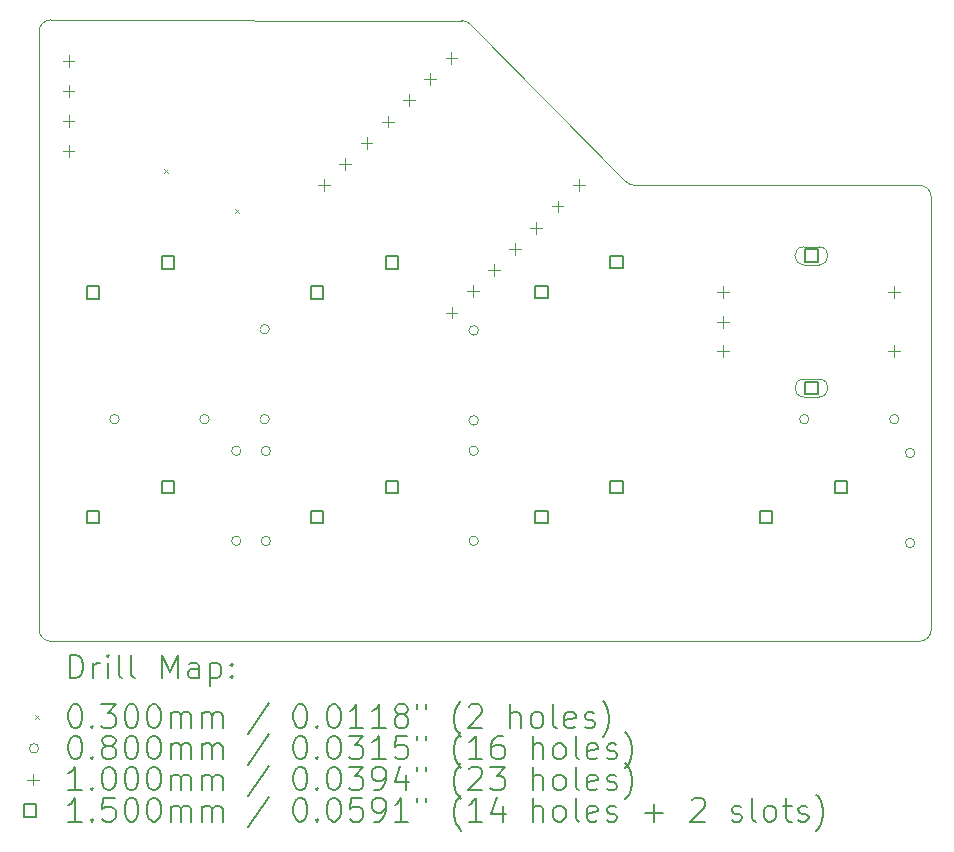
<source format=gbr>
%TF.GenerationSoftware,KiCad,Pcbnew,8.0.5*%
%TF.CreationDate,2024-10-21T21:06:57-07:00*%
%TF.ProjectId,hackpad,6861636b-7061-4642-9e6b-696361645f70,rev?*%
%TF.SameCoordinates,Original*%
%TF.FileFunction,Drillmap*%
%TF.FilePolarity,Positive*%
%FSLAX45Y45*%
G04 Gerber Fmt 4.5, Leading zero omitted, Abs format (unit mm)*
G04 Created by KiCad (PCBNEW 8.0.5) date 2024-10-21 21:06:57*
%MOMM*%
%LPD*%
G01*
G04 APERTURE LIST*
%ADD10C,0.050000*%
%ADD11C,0.200000*%
%ADD12C,0.100000*%
%ADD13C,0.150000*%
G04 APERTURE END LIST*
D10*
X19315000Y-15800000D02*
X19315000Y-12095000D01*
X26769289Y-15900000D02*
X19415000Y-15900000D01*
X26869289Y-15800000D02*
G75*
G02*
X26769289Y-15899999I-99999J0D01*
G01*
X26869289Y-12139000D02*
X26869289Y-15800000D01*
X19415150Y-10639150D02*
X22893371Y-10644938D01*
X19415000Y-15900000D02*
G75*
G02*
X19315000Y-15800000I0J100000D01*
G01*
X19315000Y-10739150D02*
G75*
G02*
X19415150Y-10639150I100000J0D01*
G01*
X19315000Y-12095000D02*
X19315000Y-10739150D01*
X22893371Y-10644938D02*
G75*
G02*
X22964287Y-10674584I-151J-100002D01*
G01*
X24356717Y-12039000D02*
G75*
G02*
X24285652Y-12009352I3J100000D01*
G01*
X24356717Y-12039000D02*
X26769289Y-12039000D01*
X22964287Y-10674585D02*
X24285651Y-12009353D01*
X26769289Y-12039000D02*
G75*
G02*
X26869290Y-12139000I1J-100000D01*
G01*
D11*
D12*
X20375000Y-11905000D02*
X20405000Y-11935000D01*
X20405000Y-11905000D02*
X20375000Y-11935000D01*
X20975000Y-12240000D02*
X21005000Y-12270000D01*
X21005000Y-12240000D02*
X20975000Y-12270000D01*
X19994000Y-14019000D02*
G75*
G02*
X19914000Y-14019000I-40000J0D01*
G01*
X19914000Y-14019000D02*
G75*
G02*
X19994000Y-14019000I40000J0D01*
G01*
X20756000Y-14019000D02*
G75*
G02*
X20676000Y-14019000I-40000J0D01*
G01*
X20676000Y-14019000D02*
G75*
G02*
X20756000Y-14019000I40000J0D01*
G01*
X21025000Y-14288000D02*
G75*
G02*
X20945000Y-14288000I-40000J0D01*
G01*
X20945000Y-14288000D02*
G75*
G02*
X21025000Y-14288000I40000J0D01*
G01*
X21025000Y-15050000D02*
G75*
G02*
X20945000Y-15050000I-40000J0D01*
G01*
X20945000Y-15050000D02*
G75*
G02*
X21025000Y-15050000I40000J0D01*
G01*
X21265000Y-13258000D02*
G75*
G02*
X21185000Y-13258000I-40000J0D01*
G01*
X21185000Y-13258000D02*
G75*
G02*
X21265000Y-13258000I40000J0D01*
G01*
X21265000Y-14020000D02*
G75*
G02*
X21185000Y-14020000I-40000J0D01*
G01*
X21185000Y-14020000D02*
G75*
G02*
X21265000Y-14020000I40000J0D01*
G01*
X21275000Y-14289000D02*
G75*
G02*
X21195000Y-14289000I-40000J0D01*
G01*
X21195000Y-14289000D02*
G75*
G02*
X21275000Y-14289000I40000J0D01*
G01*
X21275000Y-15051000D02*
G75*
G02*
X21195000Y-15051000I-40000J0D01*
G01*
X21195000Y-15051000D02*
G75*
G02*
X21275000Y-15051000I40000J0D01*
G01*
X23035000Y-13268000D02*
G75*
G02*
X22955000Y-13268000I-40000J0D01*
G01*
X22955000Y-13268000D02*
G75*
G02*
X23035000Y-13268000I40000J0D01*
G01*
X23035000Y-14030000D02*
G75*
G02*
X22955000Y-14030000I-40000J0D01*
G01*
X22955000Y-14030000D02*
G75*
G02*
X23035000Y-14030000I40000J0D01*
G01*
X23035000Y-14288000D02*
G75*
G02*
X22955000Y-14288000I-40000J0D01*
G01*
X22955000Y-14288000D02*
G75*
G02*
X23035000Y-14288000I40000J0D01*
G01*
X23035000Y-15050000D02*
G75*
G02*
X22955000Y-15050000I-40000J0D01*
G01*
X22955000Y-15050000D02*
G75*
G02*
X23035000Y-15050000I40000J0D01*
G01*
X25834000Y-14019000D02*
G75*
G02*
X25754000Y-14019000I-40000J0D01*
G01*
X25754000Y-14019000D02*
G75*
G02*
X25834000Y-14019000I40000J0D01*
G01*
X26596000Y-14019000D02*
G75*
G02*
X26516000Y-14019000I-40000J0D01*
G01*
X26516000Y-14019000D02*
G75*
G02*
X26596000Y-14019000I40000J0D01*
G01*
X26730000Y-14305000D02*
G75*
G02*
X26650000Y-14305000I-40000J0D01*
G01*
X26650000Y-14305000D02*
G75*
G02*
X26730000Y-14305000I40000J0D01*
G01*
X26730000Y-15067000D02*
G75*
G02*
X26650000Y-15067000I-40000J0D01*
G01*
X26650000Y-15067000D02*
G75*
G02*
X26730000Y-15067000I40000J0D01*
G01*
X19565000Y-10939000D02*
X19565000Y-11039000D01*
X19515000Y-10989000D02*
X19615000Y-10989000D01*
X19565000Y-11193000D02*
X19565000Y-11293000D01*
X19515000Y-11243000D02*
X19615000Y-11243000D01*
X19565000Y-11447000D02*
X19565000Y-11547000D01*
X19515000Y-11497000D02*
X19615000Y-11497000D01*
X19565000Y-11701000D02*
X19565000Y-11801000D01*
X19515000Y-11751000D02*
X19615000Y-11751000D01*
X21729031Y-11988293D02*
X21729031Y-12088293D01*
X21679031Y-12038293D02*
X21779031Y-12038293D01*
X21908637Y-11808688D02*
X21908637Y-11908688D01*
X21858637Y-11858688D02*
X21958637Y-11858688D01*
X22088242Y-11629083D02*
X22088242Y-11729083D01*
X22038242Y-11679083D02*
X22138242Y-11679083D01*
X22267847Y-11449477D02*
X22267847Y-11549477D01*
X22217847Y-11499477D02*
X22317847Y-11499477D01*
X22447452Y-11269872D02*
X22447452Y-11369872D01*
X22397452Y-11319872D02*
X22497452Y-11319872D01*
X22627057Y-11090267D02*
X22627057Y-11190267D01*
X22577057Y-11140267D02*
X22677057Y-11140267D01*
X22806662Y-10910662D02*
X22806662Y-11010662D01*
X22756662Y-10960662D02*
X22856662Y-10960662D01*
X22807369Y-13066631D02*
X22807369Y-13166631D01*
X22757369Y-13116631D02*
X22857369Y-13116631D01*
X22986974Y-12887026D02*
X22986974Y-12987026D01*
X22936974Y-12937026D02*
X23036974Y-12937026D01*
X23166579Y-12707420D02*
X23166579Y-12807420D01*
X23116579Y-12757420D02*
X23216579Y-12757420D01*
X23346185Y-12527815D02*
X23346185Y-12627815D01*
X23296185Y-12577815D02*
X23396185Y-12577815D01*
X23525790Y-12348210D02*
X23525790Y-12448210D01*
X23475790Y-12398210D02*
X23575790Y-12398210D01*
X23705395Y-12168605D02*
X23705395Y-12268605D01*
X23655395Y-12218605D02*
X23755395Y-12218605D01*
X23885000Y-11989000D02*
X23885000Y-12089000D01*
X23835000Y-12039000D02*
X23935000Y-12039000D01*
X25105000Y-12895000D02*
X25105000Y-12995000D01*
X25055000Y-12945000D02*
X25155000Y-12945000D01*
X25105000Y-13145000D02*
X25105000Y-13245000D01*
X25055000Y-13195000D02*
X25155000Y-13195000D01*
X25105000Y-13395000D02*
X25105000Y-13495000D01*
X25055000Y-13445000D02*
X25155000Y-13445000D01*
X26555000Y-12895000D02*
X26555000Y-12995000D01*
X26505000Y-12945000D02*
X26605000Y-12945000D01*
X26555000Y-13395000D02*
X26555000Y-13495000D01*
X26505000Y-13445000D02*
X26605000Y-13445000D01*
D13*
X19823034Y-13002033D02*
X19823034Y-12895966D01*
X19716967Y-12895966D01*
X19716967Y-13002033D01*
X19823034Y-13002033D01*
X19823034Y-14902033D02*
X19823034Y-14795966D01*
X19716967Y-14795966D01*
X19716967Y-14902033D01*
X19823034Y-14902033D01*
X20458034Y-12748033D02*
X20458034Y-12641966D01*
X20351967Y-12641966D01*
X20351967Y-12748033D01*
X20458034Y-12748033D01*
X20458034Y-14648033D02*
X20458034Y-14541966D01*
X20351967Y-14541966D01*
X20351967Y-14648033D01*
X20458034Y-14648033D01*
X21723034Y-13002033D02*
X21723034Y-12895966D01*
X21616967Y-12895966D01*
X21616967Y-13002033D01*
X21723034Y-13002033D01*
X21723034Y-14902033D02*
X21723034Y-14795966D01*
X21616967Y-14795966D01*
X21616967Y-14902033D01*
X21723034Y-14902033D01*
X22358034Y-12748033D02*
X22358034Y-12641966D01*
X22251967Y-12641966D01*
X22251967Y-12748033D01*
X22358034Y-12748033D01*
X22358034Y-14648033D02*
X22358034Y-14541966D01*
X22251967Y-14541966D01*
X22251967Y-14648033D01*
X22358034Y-14648033D01*
X23623033Y-12994033D02*
X23623033Y-12887966D01*
X23516966Y-12887966D01*
X23516966Y-12994033D01*
X23623033Y-12994033D01*
X23623033Y-14902033D02*
X23623033Y-14795966D01*
X23516966Y-14795966D01*
X23516966Y-14902033D01*
X23623033Y-14902033D01*
X24258033Y-12740033D02*
X24258033Y-12633966D01*
X24151966Y-12633966D01*
X24151966Y-12740033D01*
X24258033Y-12740033D01*
X24258033Y-14648033D02*
X24258033Y-14541966D01*
X24151966Y-14541966D01*
X24151966Y-14648033D01*
X24258033Y-14648033D01*
X25523033Y-14902033D02*
X25523033Y-14795966D01*
X25416966Y-14795966D01*
X25416966Y-14902033D01*
X25523033Y-14902033D01*
X25908033Y-12688033D02*
X25908033Y-12581966D01*
X25801966Y-12581966D01*
X25801966Y-12688033D01*
X25908033Y-12688033D01*
D12*
X25790000Y-12710000D02*
X25920000Y-12710000D01*
X25920000Y-12560000D02*
G75*
G02*
X25920000Y-12710000I0J-75000D01*
G01*
X25920000Y-12560000D02*
X25790000Y-12560000D01*
X25790000Y-12560000D02*
G75*
G03*
X25790000Y-12710000I0J-75000D01*
G01*
D13*
X25908033Y-13808033D02*
X25908033Y-13701966D01*
X25801966Y-13701966D01*
X25801966Y-13808033D01*
X25908033Y-13808033D01*
D12*
X25790000Y-13830000D02*
X25920000Y-13830000D01*
X25920000Y-13680000D02*
G75*
G02*
X25920000Y-13830000I0J-75000D01*
G01*
X25920000Y-13680000D02*
X25790000Y-13680000D01*
X25790000Y-13680000D02*
G75*
G03*
X25790000Y-13830000I0J-75000D01*
G01*
D13*
X26158033Y-14648033D02*
X26158033Y-14541966D01*
X26051966Y-14541966D01*
X26051966Y-14648033D01*
X26158033Y-14648033D01*
D11*
X19573277Y-16213984D02*
X19573277Y-16013984D01*
X19573277Y-16013984D02*
X19620896Y-16013984D01*
X19620896Y-16013984D02*
X19649467Y-16023508D01*
X19649467Y-16023508D02*
X19668515Y-16042555D01*
X19668515Y-16042555D02*
X19678039Y-16061603D01*
X19678039Y-16061603D02*
X19687563Y-16099698D01*
X19687563Y-16099698D02*
X19687563Y-16128269D01*
X19687563Y-16128269D02*
X19678039Y-16166365D01*
X19678039Y-16166365D02*
X19668515Y-16185412D01*
X19668515Y-16185412D02*
X19649467Y-16204460D01*
X19649467Y-16204460D02*
X19620896Y-16213984D01*
X19620896Y-16213984D02*
X19573277Y-16213984D01*
X19773277Y-16213984D02*
X19773277Y-16080650D01*
X19773277Y-16118746D02*
X19782801Y-16099698D01*
X19782801Y-16099698D02*
X19792324Y-16090174D01*
X19792324Y-16090174D02*
X19811372Y-16080650D01*
X19811372Y-16080650D02*
X19830420Y-16080650D01*
X19897086Y-16213984D02*
X19897086Y-16080650D01*
X19897086Y-16013984D02*
X19887563Y-16023508D01*
X19887563Y-16023508D02*
X19897086Y-16033031D01*
X19897086Y-16033031D02*
X19906610Y-16023508D01*
X19906610Y-16023508D02*
X19897086Y-16013984D01*
X19897086Y-16013984D02*
X19897086Y-16033031D01*
X20020896Y-16213984D02*
X20001848Y-16204460D01*
X20001848Y-16204460D02*
X19992324Y-16185412D01*
X19992324Y-16185412D02*
X19992324Y-16013984D01*
X20125658Y-16213984D02*
X20106610Y-16204460D01*
X20106610Y-16204460D02*
X20097086Y-16185412D01*
X20097086Y-16185412D02*
X20097086Y-16013984D01*
X20354229Y-16213984D02*
X20354229Y-16013984D01*
X20354229Y-16013984D02*
X20420896Y-16156841D01*
X20420896Y-16156841D02*
X20487563Y-16013984D01*
X20487563Y-16013984D02*
X20487563Y-16213984D01*
X20668515Y-16213984D02*
X20668515Y-16109222D01*
X20668515Y-16109222D02*
X20658991Y-16090174D01*
X20658991Y-16090174D02*
X20639944Y-16080650D01*
X20639944Y-16080650D02*
X20601848Y-16080650D01*
X20601848Y-16080650D02*
X20582801Y-16090174D01*
X20668515Y-16204460D02*
X20649467Y-16213984D01*
X20649467Y-16213984D02*
X20601848Y-16213984D01*
X20601848Y-16213984D02*
X20582801Y-16204460D01*
X20582801Y-16204460D02*
X20573277Y-16185412D01*
X20573277Y-16185412D02*
X20573277Y-16166365D01*
X20573277Y-16166365D02*
X20582801Y-16147317D01*
X20582801Y-16147317D02*
X20601848Y-16137793D01*
X20601848Y-16137793D02*
X20649467Y-16137793D01*
X20649467Y-16137793D02*
X20668515Y-16128269D01*
X20763753Y-16080650D02*
X20763753Y-16280650D01*
X20763753Y-16090174D02*
X20782801Y-16080650D01*
X20782801Y-16080650D02*
X20820896Y-16080650D01*
X20820896Y-16080650D02*
X20839944Y-16090174D01*
X20839944Y-16090174D02*
X20849467Y-16099698D01*
X20849467Y-16099698D02*
X20858991Y-16118746D01*
X20858991Y-16118746D02*
X20858991Y-16175888D01*
X20858991Y-16175888D02*
X20849467Y-16194936D01*
X20849467Y-16194936D02*
X20839944Y-16204460D01*
X20839944Y-16204460D02*
X20820896Y-16213984D01*
X20820896Y-16213984D02*
X20782801Y-16213984D01*
X20782801Y-16213984D02*
X20763753Y-16204460D01*
X20944705Y-16194936D02*
X20954229Y-16204460D01*
X20954229Y-16204460D02*
X20944705Y-16213984D01*
X20944705Y-16213984D02*
X20935182Y-16204460D01*
X20935182Y-16204460D02*
X20944705Y-16194936D01*
X20944705Y-16194936D02*
X20944705Y-16213984D01*
X20944705Y-16090174D02*
X20954229Y-16099698D01*
X20954229Y-16099698D02*
X20944705Y-16109222D01*
X20944705Y-16109222D02*
X20935182Y-16099698D01*
X20935182Y-16099698D02*
X20944705Y-16090174D01*
X20944705Y-16090174D02*
X20944705Y-16109222D01*
D12*
X19282500Y-16527500D02*
X19312500Y-16557500D01*
X19312500Y-16527500D02*
X19282500Y-16557500D01*
D11*
X19611372Y-16433984D02*
X19630420Y-16433984D01*
X19630420Y-16433984D02*
X19649467Y-16443508D01*
X19649467Y-16443508D02*
X19658991Y-16453031D01*
X19658991Y-16453031D02*
X19668515Y-16472079D01*
X19668515Y-16472079D02*
X19678039Y-16510174D01*
X19678039Y-16510174D02*
X19678039Y-16557793D01*
X19678039Y-16557793D02*
X19668515Y-16595888D01*
X19668515Y-16595888D02*
X19658991Y-16614936D01*
X19658991Y-16614936D02*
X19649467Y-16624460D01*
X19649467Y-16624460D02*
X19630420Y-16633984D01*
X19630420Y-16633984D02*
X19611372Y-16633984D01*
X19611372Y-16633984D02*
X19592324Y-16624460D01*
X19592324Y-16624460D02*
X19582801Y-16614936D01*
X19582801Y-16614936D02*
X19573277Y-16595888D01*
X19573277Y-16595888D02*
X19563753Y-16557793D01*
X19563753Y-16557793D02*
X19563753Y-16510174D01*
X19563753Y-16510174D02*
X19573277Y-16472079D01*
X19573277Y-16472079D02*
X19582801Y-16453031D01*
X19582801Y-16453031D02*
X19592324Y-16443508D01*
X19592324Y-16443508D02*
X19611372Y-16433984D01*
X19763753Y-16614936D02*
X19773277Y-16624460D01*
X19773277Y-16624460D02*
X19763753Y-16633984D01*
X19763753Y-16633984D02*
X19754229Y-16624460D01*
X19754229Y-16624460D02*
X19763753Y-16614936D01*
X19763753Y-16614936D02*
X19763753Y-16633984D01*
X19839944Y-16433984D02*
X19963753Y-16433984D01*
X19963753Y-16433984D02*
X19897086Y-16510174D01*
X19897086Y-16510174D02*
X19925658Y-16510174D01*
X19925658Y-16510174D02*
X19944705Y-16519698D01*
X19944705Y-16519698D02*
X19954229Y-16529222D01*
X19954229Y-16529222D02*
X19963753Y-16548269D01*
X19963753Y-16548269D02*
X19963753Y-16595888D01*
X19963753Y-16595888D02*
X19954229Y-16614936D01*
X19954229Y-16614936D02*
X19944705Y-16624460D01*
X19944705Y-16624460D02*
X19925658Y-16633984D01*
X19925658Y-16633984D02*
X19868515Y-16633984D01*
X19868515Y-16633984D02*
X19849467Y-16624460D01*
X19849467Y-16624460D02*
X19839944Y-16614936D01*
X20087563Y-16433984D02*
X20106610Y-16433984D01*
X20106610Y-16433984D02*
X20125658Y-16443508D01*
X20125658Y-16443508D02*
X20135182Y-16453031D01*
X20135182Y-16453031D02*
X20144705Y-16472079D01*
X20144705Y-16472079D02*
X20154229Y-16510174D01*
X20154229Y-16510174D02*
X20154229Y-16557793D01*
X20154229Y-16557793D02*
X20144705Y-16595888D01*
X20144705Y-16595888D02*
X20135182Y-16614936D01*
X20135182Y-16614936D02*
X20125658Y-16624460D01*
X20125658Y-16624460D02*
X20106610Y-16633984D01*
X20106610Y-16633984D02*
X20087563Y-16633984D01*
X20087563Y-16633984D02*
X20068515Y-16624460D01*
X20068515Y-16624460D02*
X20058991Y-16614936D01*
X20058991Y-16614936D02*
X20049467Y-16595888D01*
X20049467Y-16595888D02*
X20039944Y-16557793D01*
X20039944Y-16557793D02*
X20039944Y-16510174D01*
X20039944Y-16510174D02*
X20049467Y-16472079D01*
X20049467Y-16472079D02*
X20058991Y-16453031D01*
X20058991Y-16453031D02*
X20068515Y-16443508D01*
X20068515Y-16443508D02*
X20087563Y-16433984D01*
X20278039Y-16433984D02*
X20297086Y-16433984D01*
X20297086Y-16433984D02*
X20316134Y-16443508D01*
X20316134Y-16443508D02*
X20325658Y-16453031D01*
X20325658Y-16453031D02*
X20335182Y-16472079D01*
X20335182Y-16472079D02*
X20344705Y-16510174D01*
X20344705Y-16510174D02*
X20344705Y-16557793D01*
X20344705Y-16557793D02*
X20335182Y-16595888D01*
X20335182Y-16595888D02*
X20325658Y-16614936D01*
X20325658Y-16614936D02*
X20316134Y-16624460D01*
X20316134Y-16624460D02*
X20297086Y-16633984D01*
X20297086Y-16633984D02*
X20278039Y-16633984D01*
X20278039Y-16633984D02*
X20258991Y-16624460D01*
X20258991Y-16624460D02*
X20249467Y-16614936D01*
X20249467Y-16614936D02*
X20239944Y-16595888D01*
X20239944Y-16595888D02*
X20230420Y-16557793D01*
X20230420Y-16557793D02*
X20230420Y-16510174D01*
X20230420Y-16510174D02*
X20239944Y-16472079D01*
X20239944Y-16472079D02*
X20249467Y-16453031D01*
X20249467Y-16453031D02*
X20258991Y-16443508D01*
X20258991Y-16443508D02*
X20278039Y-16433984D01*
X20430420Y-16633984D02*
X20430420Y-16500650D01*
X20430420Y-16519698D02*
X20439944Y-16510174D01*
X20439944Y-16510174D02*
X20458991Y-16500650D01*
X20458991Y-16500650D02*
X20487563Y-16500650D01*
X20487563Y-16500650D02*
X20506610Y-16510174D01*
X20506610Y-16510174D02*
X20516134Y-16529222D01*
X20516134Y-16529222D02*
X20516134Y-16633984D01*
X20516134Y-16529222D02*
X20525658Y-16510174D01*
X20525658Y-16510174D02*
X20544705Y-16500650D01*
X20544705Y-16500650D02*
X20573277Y-16500650D01*
X20573277Y-16500650D02*
X20592325Y-16510174D01*
X20592325Y-16510174D02*
X20601848Y-16529222D01*
X20601848Y-16529222D02*
X20601848Y-16633984D01*
X20697086Y-16633984D02*
X20697086Y-16500650D01*
X20697086Y-16519698D02*
X20706610Y-16510174D01*
X20706610Y-16510174D02*
X20725658Y-16500650D01*
X20725658Y-16500650D02*
X20754229Y-16500650D01*
X20754229Y-16500650D02*
X20773277Y-16510174D01*
X20773277Y-16510174D02*
X20782801Y-16529222D01*
X20782801Y-16529222D02*
X20782801Y-16633984D01*
X20782801Y-16529222D02*
X20792325Y-16510174D01*
X20792325Y-16510174D02*
X20811372Y-16500650D01*
X20811372Y-16500650D02*
X20839944Y-16500650D01*
X20839944Y-16500650D02*
X20858991Y-16510174D01*
X20858991Y-16510174D02*
X20868515Y-16529222D01*
X20868515Y-16529222D02*
X20868515Y-16633984D01*
X21258991Y-16424460D02*
X21087563Y-16681603D01*
X21516134Y-16433984D02*
X21535182Y-16433984D01*
X21535182Y-16433984D02*
X21554229Y-16443508D01*
X21554229Y-16443508D02*
X21563753Y-16453031D01*
X21563753Y-16453031D02*
X21573277Y-16472079D01*
X21573277Y-16472079D02*
X21582801Y-16510174D01*
X21582801Y-16510174D02*
X21582801Y-16557793D01*
X21582801Y-16557793D02*
X21573277Y-16595888D01*
X21573277Y-16595888D02*
X21563753Y-16614936D01*
X21563753Y-16614936D02*
X21554229Y-16624460D01*
X21554229Y-16624460D02*
X21535182Y-16633984D01*
X21535182Y-16633984D02*
X21516134Y-16633984D01*
X21516134Y-16633984D02*
X21497087Y-16624460D01*
X21497087Y-16624460D02*
X21487563Y-16614936D01*
X21487563Y-16614936D02*
X21478039Y-16595888D01*
X21478039Y-16595888D02*
X21468515Y-16557793D01*
X21468515Y-16557793D02*
X21468515Y-16510174D01*
X21468515Y-16510174D02*
X21478039Y-16472079D01*
X21478039Y-16472079D02*
X21487563Y-16453031D01*
X21487563Y-16453031D02*
X21497087Y-16443508D01*
X21497087Y-16443508D02*
X21516134Y-16433984D01*
X21668515Y-16614936D02*
X21678039Y-16624460D01*
X21678039Y-16624460D02*
X21668515Y-16633984D01*
X21668515Y-16633984D02*
X21658991Y-16624460D01*
X21658991Y-16624460D02*
X21668515Y-16614936D01*
X21668515Y-16614936D02*
X21668515Y-16633984D01*
X21801848Y-16433984D02*
X21820896Y-16433984D01*
X21820896Y-16433984D02*
X21839944Y-16443508D01*
X21839944Y-16443508D02*
X21849468Y-16453031D01*
X21849468Y-16453031D02*
X21858991Y-16472079D01*
X21858991Y-16472079D02*
X21868515Y-16510174D01*
X21868515Y-16510174D02*
X21868515Y-16557793D01*
X21868515Y-16557793D02*
X21858991Y-16595888D01*
X21858991Y-16595888D02*
X21849468Y-16614936D01*
X21849468Y-16614936D02*
X21839944Y-16624460D01*
X21839944Y-16624460D02*
X21820896Y-16633984D01*
X21820896Y-16633984D02*
X21801848Y-16633984D01*
X21801848Y-16633984D02*
X21782801Y-16624460D01*
X21782801Y-16624460D02*
X21773277Y-16614936D01*
X21773277Y-16614936D02*
X21763753Y-16595888D01*
X21763753Y-16595888D02*
X21754229Y-16557793D01*
X21754229Y-16557793D02*
X21754229Y-16510174D01*
X21754229Y-16510174D02*
X21763753Y-16472079D01*
X21763753Y-16472079D02*
X21773277Y-16453031D01*
X21773277Y-16453031D02*
X21782801Y-16443508D01*
X21782801Y-16443508D02*
X21801848Y-16433984D01*
X22058991Y-16633984D02*
X21944706Y-16633984D01*
X22001848Y-16633984D02*
X22001848Y-16433984D01*
X22001848Y-16433984D02*
X21982801Y-16462555D01*
X21982801Y-16462555D02*
X21963753Y-16481603D01*
X21963753Y-16481603D02*
X21944706Y-16491127D01*
X22249468Y-16633984D02*
X22135182Y-16633984D01*
X22192325Y-16633984D02*
X22192325Y-16433984D01*
X22192325Y-16433984D02*
X22173277Y-16462555D01*
X22173277Y-16462555D02*
X22154229Y-16481603D01*
X22154229Y-16481603D02*
X22135182Y-16491127D01*
X22363753Y-16519698D02*
X22344706Y-16510174D01*
X22344706Y-16510174D02*
X22335182Y-16500650D01*
X22335182Y-16500650D02*
X22325658Y-16481603D01*
X22325658Y-16481603D02*
X22325658Y-16472079D01*
X22325658Y-16472079D02*
X22335182Y-16453031D01*
X22335182Y-16453031D02*
X22344706Y-16443508D01*
X22344706Y-16443508D02*
X22363753Y-16433984D01*
X22363753Y-16433984D02*
X22401848Y-16433984D01*
X22401848Y-16433984D02*
X22420896Y-16443508D01*
X22420896Y-16443508D02*
X22430420Y-16453031D01*
X22430420Y-16453031D02*
X22439944Y-16472079D01*
X22439944Y-16472079D02*
X22439944Y-16481603D01*
X22439944Y-16481603D02*
X22430420Y-16500650D01*
X22430420Y-16500650D02*
X22420896Y-16510174D01*
X22420896Y-16510174D02*
X22401848Y-16519698D01*
X22401848Y-16519698D02*
X22363753Y-16519698D01*
X22363753Y-16519698D02*
X22344706Y-16529222D01*
X22344706Y-16529222D02*
X22335182Y-16538746D01*
X22335182Y-16538746D02*
X22325658Y-16557793D01*
X22325658Y-16557793D02*
X22325658Y-16595888D01*
X22325658Y-16595888D02*
X22335182Y-16614936D01*
X22335182Y-16614936D02*
X22344706Y-16624460D01*
X22344706Y-16624460D02*
X22363753Y-16633984D01*
X22363753Y-16633984D02*
X22401848Y-16633984D01*
X22401848Y-16633984D02*
X22420896Y-16624460D01*
X22420896Y-16624460D02*
X22430420Y-16614936D01*
X22430420Y-16614936D02*
X22439944Y-16595888D01*
X22439944Y-16595888D02*
X22439944Y-16557793D01*
X22439944Y-16557793D02*
X22430420Y-16538746D01*
X22430420Y-16538746D02*
X22420896Y-16529222D01*
X22420896Y-16529222D02*
X22401848Y-16519698D01*
X22516134Y-16433984D02*
X22516134Y-16472079D01*
X22592325Y-16433984D02*
X22592325Y-16472079D01*
X22887563Y-16710174D02*
X22878039Y-16700650D01*
X22878039Y-16700650D02*
X22858991Y-16672079D01*
X22858991Y-16672079D02*
X22849468Y-16653031D01*
X22849468Y-16653031D02*
X22839944Y-16624460D01*
X22839944Y-16624460D02*
X22830420Y-16576841D01*
X22830420Y-16576841D02*
X22830420Y-16538746D01*
X22830420Y-16538746D02*
X22839944Y-16491127D01*
X22839944Y-16491127D02*
X22849468Y-16462555D01*
X22849468Y-16462555D02*
X22858991Y-16443508D01*
X22858991Y-16443508D02*
X22878039Y-16414936D01*
X22878039Y-16414936D02*
X22887563Y-16405412D01*
X22954229Y-16453031D02*
X22963753Y-16443508D01*
X22963753Y-16443508D02*
X22982801Y-16433984D01*
X22982801Y-16433984D02*
X23030420Y-16433984D01*
X23030420Y-16433984D02*
X23049468Y-16443508D01*
X23049468Y-16443508D02*
X23058991Y-16453031D01*
X23058991Y-16453031D02*
X23068515Y-16472079D01*
X23068515Y-16472079D02*
X23068515Y-16491127D01*
X23068515Y-16491127D02*
X23058991Y-16519698D01*
X23058991Y-16519698D02*
X22944706Y-16633984D01*
X22944706Y-16633984D02*
X23068515Y-16633984D01*
X23306610Y-16633984D02*
X23306610Y-16433984D01*
X23392325Y-16633984D02*
X23392325Y-16529222D01*
X23392325Y-16529222D02*
X23382801Y-16510174D01*
X23382801Y-16510174D02*
X23363753Y-16500650D01*
X23363753Y-16500650D02*
X23335182Y-16500650D01*
X23335182Y-16500650D02*
X23316134Y-16510174D01*
X23316134Y-16510174D02*
X23306610Y-16519698D01*
X23516134Y-16633984D02*
X23497087Y-16624460D01*
X23497087Y-16624460D02*
X23487563Y-16614936D01*
X23487563Y-16614936D02*
X23478039Y-16595888D01*
X23478039Y-16595888D02*
X23478039Y-16538746D01*
X23478039Y-16538746D02*
X23487563Y-16519698D01*
X23487563Y-16519698D02*
X23497087Y-16510174D01*
X23497087Y-16510174D02*
X23516134Y-16500650D01*
X23516134Y-16500650D02*
X23544706Y-16500650D01*
X23544706Y-16500650D02*
X23563753Y-16510174D01*
X23563753Y-16510174D02*
X23573277Y-16519698D01*
X23573277Y-16519698D02*
X23582801Y-16538746D01*
X23582801Y-16538746D02*
X23582801Y-16595888D01*
X23582801Y-16595888D02*
X23573277Y-16614936D01*
X23573277Y-16614936D02*
X23563753Y-16624460D01*
X23563753Y-16624460D02*
X23544706Y-16633984D01*
X23544706Y-16633984D02*
X23516134Y-16633984D01*
X23697087Y-16633984D02*
X23678039Y-16624460D01*
X23678039Y-16624460D02*
X23668515Y-16605412D01*
X23668515Y-16605412D02*
X23668515Y-16433984D01*
X23849468Y-16624460D02*
X23830420Y-16633984D01*
X23830420Y-16633984D02*
X23792325Y-16633984D01*
X23792325Y-16633984D02*
X23773277Y-16624460D01*
X23773277Y-16624460D02*
X23763753Y-16605412D01*
X23763753Y-16605412D02*
X23763753Y-16529222D01*
X23763753Y-16529222D02*
X23773277Y-16510174D01*
X23773277Y-16510174D02*
X23792325Y-16500650D01*
X23792325Y-16500650D02*
X23830420Y-16500650D01*
X23830420Y-16500650D02*
X23849468Y-16510174D01*
X23849468Y-16510174D02*
X23858991Y-16529222D01*
X23858991Y-16529222D02*
X23858991Y-16548269D01*
X23858991Y-16548269D02*
X23763753Y-16567317D01*
X23935182Y-16624460D02*
X23954230Y-16633984D01*
X23954230Y-16633984D02*
X23992325Y-16633984D01*
X23992325Y-16633984D02*
X24011372Y-16624460D01*
X24011372Y-16624460D02*
X24020896Y-16605412D01*
X24020896Y-16605412D02*
X24020896Y-16595888D01*
X24020896Y-16595888D02*
X24011372Y-16576841D01*
X24011372Y-16576841D02*
X23992325Y-16567317D01*
X23992325Y-16567317D02*
X23963753Y-16567317D01*
X23963753Y-16567317D02*
X23944706Y-16557793D01*
X23944706Y-16557793D02*
X23935182Y-16538746D01*
X23935182Y-16538746D02*
X23935182Y-16529222D01*
X23935182Y-16529222D02*
X23944706Y-16510174D01*
X23944706Y-16510174D02*
X23963753Y-16500650D01*
X23963753Y-16500650D02*
X23992325Y-16500650D01*
X23992325Y-16500650D02*
X24011372Y-16510174D01*
X24087563Y-16710174D02*
X24097087Y-16700650D01*
X24097087Y-16700650D02*
X24116134Y-16672079D01*
X24116134Y-16672079D02*
X24125658Y-16653031D01*
X24125658Y-16653031D02*
X24135182Y-16624460D01*
X24135182Y-16624460D02*
X24144706Y-16576841D01*
X24144706Y-16576841D02*
X24144706Y-16538746D01*
X24144706Y-16538746D02*
X24135182Y-16491127D01*
X24135182Y-16491127D02*
X24125658Y-16462555D01*
X24125658Y-16462555D02*
X24116134Y-16443508D01*
X24116134Y-16443508D02*
X24097087Y-16414936D01*
X24097087Y-16414936D02*
X24087563Y-16405412D01*
D12*
X19312500Y-16806500D02*
G75*
G02*
X19232500Y-16806500I-40000J0D01*
G01*
X19232500Y-16806500D02*
G75*
G02*
X19312500Y-16806500I40000J0D01*
G01*
D11*
X19611372Y-16697984D02*
X19630420Y-16697984D01*
X19630420Y-16697984D02*
X19649467Y-16707508D01*
X19649467Y-16707508D02*
X19658991Y-16717031D01*
X19658991Y-16717031D02*
X19668515Y-16736079D01*
X19668515Y-16736079D02*
X19678039Y-16774174D01*
X19678039Y-16774174D02*
X19678039Y-16821793D01*
X19678039Y-16821793D02*
X19668515Y-16859889D01*
X19668515Y-16859889D02*
X19658991Y-16878936D01*
X19658991Y-16878936D02*
X19649467Y-16888460D01*
X19649467Y-16888460D02*
X19630420Y-16897984D01*
X19630420Y-16897984D02*
X19611372Y-16897984D01*
X19611372Y-16897984D02*
X19592324Y-16888460D01*
X19592324Y-16888460D02*
X19582801Y-16878936D01*
X19582801Y-16878936D02*
X19573277Y-16859889D01*
X19573277Y-16859889D02*
X19563753Y-16821793D01*
X19563753Y-16821793D02*
X19563753Y-16774174D01*
X19563753Y-16774174D02*
X19573277Y-16736079D01*
X19573277Y-16736079D02*
X19582801Y-16717031D01*
X19582801Y-16717031D02*
X19592324Y-16707508D01*
X19592324Y-16707508D02*
X19611372Y-16697984D01*
X19763753Y-16878936D02*
X19773277Y-16888460D01*
X19773277Y-16888460D02*
X19763753Y-16897984D01*
X19763753Y-16897984D02*
X19754229Y-16888460D01*
X19754229Y-16888460D02*
X19763753Y-16878936D01*
X19763753Y-16878936D02*
X19763753Y-16897984D01*
X19887563Y-16783698D02*
X19868515Y-16774174D01*
X19868515Y-16774174D02*
X19858991Y-16764650D01*
X19858991Y-16764650D02*
X19849467Y-16745603D01*
X19849467Y-16745603D02*
X19849467Y-16736079D01*
X19849467Y-16736079D02*
X19858991Y-16717031D01*
X19858991Y-16717031D02*
X19868515Y-16707508D01*
X19868515Y-16707508D02*
X19887563Y-16697984D01*
X19887563Y-16697984D02*
X19925658Y-16697984D01*
X19925658Y-16697984D02*
X19944705Y-16707508D01*
X19944705Y-16707508D02*
X19954229Y-16717031D01*
X19954229Y-16717031D02*
X19963753Y-16736079D01*
X19963753Y-16736079D02*
X19963753Y-16745603D01*
X19963753Y-16745603D02*
X19954229Y-16764650D01*
X19954229Y-16764650D02*
X19944705Y-16774174D01*
X19944705Y-16774174D02*
X19925658Y-16783698D01*
X19925658Y-16783698D02*
X19887563Y-16783698D01*
X19887563Y-16783698D02*
X19868515Y-16793222D01*
X19868515Y-16793222D02*
X19858991Y-16802746D01*
X19858991Y-16802746D02*
X19849467Y-16821793D01*
X19849467Y-16821793D02*
X19849467Y-16859889D01*
X19849467Y-16859889D02*
X19858991Y-16878936D01*
X19858991Y-16878936D02*
X19868515Y-16888460D01*
X19868515Y-16888460D02*
X19887563Y-16897984D01*
X19887563Y-16897984D02*
X19925658Y-16897984D01*
X19925658Y-16897984D02*
X19944705Y-16888460D01*
X19944705Y-16888460D02*
X19954229Y-16878936D01*
X19954229Y-16878936D02*
X19963753Y-16859889D01*
X19963753Y-16859889D02*
X19963753Y-16821793D01*
X19963753Y-16821793D02*
X19954229Y-16802746D01*
X19954229Y-16802746D02*
X19944705Y-16793222D01*
X19944705Y-16793222D02*
X19925658Y-16783698D01*
X20087563Y-16697984D02*
X20106610Y-16697984D01*
X20106610Y-16697984D02*
X20125658Y-16707508D01*
X20125658Y-16707508D02*
X20135182Y-16717031D01*
X20135182Y-16717031D02*
X20144705Y-16736079D01*
X20144705Y-16736079D02*
X20154229Y-16774174D01*
X20154229Y-16774174D02*
X20154229Y-16821793D01*
X20154229Y-16821793D02*
X20144705Y-16859889D01*
X20144705Y-16859889D02*
X20135182Y-16878936D01*
X20135182Y-16878936D02*
X20125658Y-16888460D01*
X20125658Y-16888460D02*
X20106610Y-16897984D01*
X20106610Y-16897984D02*
X20087563Y-16897984D01*
X20087563Y-16897984D02*
X20068515Y-16888460D01*
X20068515Y-16888460D02*
X20058991Y-16878936D01*
X20058991Y-16878936D02*
X20049467Y-16859889D01*
X20049467Y-16859889D02*
X20039944Y-16821793D01*
X20039944Y-16821793D02*
X20039944Y-16774174D01*
X20039944Y-16774174D02*
X20049467Y-16736079D01*
X20049467Y-16736079D02*
X20058991Y-16717031D01*
X20058991Y-16717031D02*
X20068515Y-16707508D01*
X20068515Y-16707508D02*
X20087563Y-16697984D01*
X20278039Y-16697984D02*
X20297086Y-16697984D01*
X20297086Y-16697984D02*
X20316134Y-16707508D01*
X20316134Y-16707508D02*
X20325658Y-16717031D01*
X20325658Y-16717031D02*
X20335182Y-16736079D01*
X20335182Y-16736079D02*
X20344705Y-16774174D01*
X20344705Y-16774174D02*
X20344705Y-16821793D01*
X20344705Y-16821793D02*
X20335182Y-16859889D01*
X20335182Y-16859889D02*
X20325658Y-16878936D01*
X20325658Y-16878936D02*
X20316134Y-16888460D01*
X20316134Y-16888460D02*
X20297086Y-16897984D01*
X20297086Y-16897984D02*
X20278039Y-16897984D01*
X20278039Y-16897984D02*
X20258991Y-16888460D01*
X20258991Y-16888460D02*
X20249467Y-16878936D01*
X20249467Y-16878936D02*
X20239944Y-16859889D01*
X20239944Y-16859889D02*
X20230420Y-16821793D01*
X20230420Y-16821793D02*
X20230420Y-16774174D01*
X20230420Y-16774174D02*
X20239944Y-16736079D01*
X20239944Y-16736079D02*
X20249467Y-16717031D01*
X20249467Y-16717031D02*
X20258991Y-16707508D01*
X20258991Y-16707508D02*
X20278039Y-16697984D01*
X20430420Y-16897984D02*
X20430420Y-16764650D01*
X20430420Y-16783698D02*
X20439944Y-16774174D01*
X20439944Y-16774174D02*
X20458991Y-16764650D01*
X20458991Y-16764650D02*
X20487563Y-16764650D01*
X20487563Y-16764650D02*
X20506610Y-16774174D01*
X20506610Y-16774174D02*
X20516134Y-16793222D01*
X20516134Y-16793222D02*
X20516134Y-16897984D01*
X20516134Y-16793222D02*
X20525658Y-16774174D01*
X20525658Y-16774174D02*
X20544705Y-16764650D01*
X20544705Y-16764650D02*
X20573277Y-16764650D01*
X20573277Y-16764650D02*
X20592325Y-16774174D01*
X20592325Y-16774174D02*
X20601848Y-16793222D01*
X20601848Y-16793222D02*
X20601848Y-16897984D01*
X20697086Y-16897984D02*
X20697086Y-16764650D01*
X20697086Y-16783698D02*
X20706610Y-16774174D01*
X20706610Y-16774174D02*
X20725658Y-16764650D01*
X20725658Y-16764650D02*
X20754229Y-16764650D01*
X20754229Y-16764650D02*
X20773277Y-16774174D01*
X20773277Y-16774174D02*
X20782801Y-16793222D01*
X20782801Y-16793222D02*
X20782801Y-16897984D01*
X20782801Y-16793222D02*
X20792325Y-16774174D01*
X20792325Y-16774174D02*
X20811372Y-16764650D01*
X20811372Y-16764650D02*
X20839944Y-16764650D01*
X20839944Y-16764650D02*
X20858991Y-16774174D01*
X20858991Y-16774174D02*
X20868515Y-16793222D01*
X20868515Y-16793222D02*
X20868515Y-16897984D01*
X21258991Y-16688460D02*
X21087563Y-16945603D01*
X21516134Y-16697984D02*
X21535182Y-16697984D01*
X21535182Y-16697984D02*
X21554229Y-16707508D01*
X21554229Y-16707508D02*
X21563753Y-16717031D01*
X21563753Y-16717031D02*
X21573277Y-16736079D01*
X21573277Y-16736079D02*
X21582801Y-16774174D01*
X21582801Y-16774174D02*
X21582801Y-16821793D01*
X21582801Y-16821793D02*
X21573277Y-16859889D01*
X21573277Y-16859889D02*
X21563753Y-16878936D01*
X21563753Y-16878936D02*
X21554229Y-16888460D01*
X21554229Y-16888460D02*
X21535182Y-16897984D01*
X21535182Y-16897984D02*
X21516134Y-16897984D01*
X21516134Y-16897984D02*
X21497087Y-16888460D01*
X21497087Y-16888460D02*
X21487563Y-16878936D01*
X21487563Y-16878936D02*
X21478039Y-16859889D01*
X21478039Y-16859889D02*
X21468515Y-16821793D01*
X21468515Y-16821793D02*
X21468515Y-16774174D01*
X21468515Y-16774174D02*
X21478039Y-16736079D01*
X21478039Y-16736079D02*
X21487563Y-16717031D01*
X21487563Y-16717031D02*
X21497087Y-16707508D01*
X21497087Y-16707508D02*
X21516134Y-16697984D01*
X21668515Y-16878936D02*
X21678039Y-16888460D01*
X21678039Y-16888460D02*
X21668515Y-16897984D01*
X21668515Y-16897984D02*
X21658991Y-16888460D01*
X21658991Y-16888460D02*
X21668515Y-16878936D01*
X21668515Y-16878936D02*
X21668515Y-16897984D01*
X21801848Y-16697984D02*
X21820896Y-16697984D01*
X21820896Y-16697984D02*
X21839944Y-16707508D01*
X21839944Y-16707508D02*
X21849468Y-16717031D01*
X21849468Y-16717031D02*
X21858991Y-16736079D01*
X21858991Y-16736079D02*
X21868515Y-16774174D01*
X21868515Y-16774174D02*
X21868515Y-16821793D01*
X21868515Y-16821793D02*
X21858991Y-16859889D01*
X21858991Y-16859889D02*
X21849468Y-16878936D01*
X21849468Y-16878936D02*
X21839944Y-16888460D01*
X21839944Y-16888460D02*
X21820896Y-16897984D01*
X21820896Y-16897984D02*
X21801848Y-16897984D01*
X21801848Y-16897984D02*
X21782801Y-16888460D01*
X21782801Y-16888460D02*
X21773277Y-16878936D01*
X21773277Y-16878936D02*
X21763753Y-16859889D01*
X21763753Y-16859889D02*
X21754229Y-16821793D01*
X21754229Y-16821793D02*
X21754229Y-16774174D01*
X21754229Y-16774174D02*
X21763753Y-16736079D01*
X21763753Y-16736079D02*
X21773277Y-16717031D01*
X21773277Y-16717031D02*
X21782801Y-16707508D01*
X21782801Y-16707508D02*
X21801848Y-16697984D01*
X21935182Y-16697984D02*
X22058991Y-16697984D01*
X22058991Y-16697984D02*
X21992325Y-16774174D01*
X21992325Y-16774174D02*
X22020896Y-16774174D01*
X22020896Y-16774174D02*
X22039944Y-16783698D01*
X22039944Y-16783698D02*
X22049468Y-16793222D01*
X22049468Y-16793222D02*
X22058991Y-16812270D01*
X22058991Y-16812270D02*
X22058991Y-16859889D01*
X22058991Y-16859889D02*
X22049468Y-16878936D01*
X22049468Y-16878936D02*
X22039944Y-16888460D01*
X22039944Y-16888460D02*
X22020896Y-16897984D01*
X22020896Y-16897984D02*
X21963753Y-16897984D01*
X21963753Y-16897984D02*
X21944706Y-16888460D01*
X21944706Y-16888460D02*
X21935182Y-16878936D01*
X22249468Y-16897984D02*
X22135182Y-16897984D01*
X22192325Y-16897984D02*
X22192325Y-16697984D01*
X22192325Y-16697984D02*
X22173277Y-16726555D01*
X22173277Y-16726555D02*
X22154229Y-16745603D01*
X22154229Y-16745603D02*
X22135182Y-16755127D01*
X22430420Y-16697984D02*
X22335182Y-16697984D01*
X22335182Y-16697984D02*
X22325658Y-16793222D01*
X22325658Y-16793222D02*
X22335182Y-16783698D01*
X22335182Y-16783698D02*
X22354229Y-16774174D01*
X22354229Y-16774174D02*
X22401848Y-16774174D01*
X22401848Y-16774174D02*
X22420896Y-16783698D01*
X22420896Y-16783698D02*
X22430420Y-16793222D01*
X22430420Y-16793222D02*
X22439944Y-16812270D01*
X22439944Y-16812270D02*
X22439944Y-16859889D01*
X22439944Y-16859889D02*
X22430420Y-16878936D01*
X22430420Y-16878936D02*
X22420896Y-16888460D01*
X22420896Y-16888460D02*
X22401848Y-16897984D01*
X22401848Y-16897984D02*
X22354229Y-16897984D01*
X22354229Y-16897984D02*
X22335182Y-16888460D01*
X22335182Y-16888460D02*
X22325658Y-16878936D01*
X22516134Y-16697984D02*
X22516134Y-16736079D01*
X22592325Y-16697984D02*
X22592325Y-16736079D01*
X22887563Y-16974174D02*
X22878039Y-16964650D01*
X22878039Y-16964650D02*
X22858991Y-16936079D01*
X22858991Y-16936079D02*
X22849468Y-16917031D01*
X22849468Y-16917031D02*
X22839944Y-16888460D01*
X22839944Y-16888460D02*
X22830420Y-16840841D01*
X22830420Y-16840841D02*
X22830420Y-16802746D01*
X22830420Y-16802746D02*
X22839944Y-16755127D01*
X22839944Y-16755127D02*
X22849468Y-16726555D01*
X22849468Y-16726555D02*
X22858991Y-16707508D01*
X22858991Y-16707508D02*
X22878039Y-16678936D01*
X22878039Y-16678936D02*
X22887563Y-16669412D01*
X23068515Y-16897984D02*
X22954229Y-16897984D01*
X23011372Y-16897984D02*
X23011372Y-16697984D01*
X23011372Y-16697984D02*
X22992325Y-16726555D01*
X22992325Y-16726555D02*
X22973277Y-16745603D01*
X22973277Y-16745603D02*
X22954229Y-16755127D01*
X23239944Y-16697984D02*
X23201848Y-16697984D01*
X23201848Y-16697984D02*
X23182801Y-16707508D01*
X23182801Y-16707508D02*
X23173277Y-16717031D01*
X23173277Y-16717031D02*
X23154229Y-16745603D01*
X23154229Y-16745603D02*
X23144706Y-16783698D01*
X23144706Y-16783698D02*
X23144706Y-16859889D01*
X23144706Y-16859889D02*
X23154229Y-16878936D01*
X23154229Y-16878936D02*
X23163753Y-16888460D01*
X23163753Y-16888460D02*
X23182801Y-16897984D01*
X23182801Y-16897984D02*
X23220896Y-16897984D01*
X23220896Y-16897984D02*
X23239944Y-16888460D01*
X23239944Y-16888460D02*
X23249468Y-16878936D01*
X23249468Y-16878936D02*
X23258991Y-16859889D01*
X23258991Y-16859889D02*
X23258991Y-16812270D01*
X23258991Y-16812270D02*
X23249468Y-16793222D01*
X23249468Y-16793222D02*
X23239944Y-16783698D01*
X23239944Y-16783698D02*
X23220896Y-16774174D01*
X23220896Y-16774174D02*
X23182801Y-16774174D01*
X23182801Y-16774174D02*
X23163753Y-16783698D01*
X23163753Y-16783698D02*
X23154229Y-16793222D01*
X23154229Y-16793222D02*
X23144706Y-16812270D01*
X23497087Y-16897984D02*
X23497087Y-16697984D01*
X23582801Y-16897984D02*
X23582801Y-16793222D01*
X23582801Y-16793222D02*
X23573277Y-16774174D01*
X23573277Y-16774174D02*
X23554230Y-16764650D01*
X23554230Y-16764650D02*
X23525658Y-16764650D01*
X23525658Y-16764650D02*
X23506610Y-16774174D01*
X23506610Y-16774174D02*
X23497087Y-16783698D01*
X23706610Y-16897984D02*
X23687563Y-16888460D01*
X23687563Y-16888460D02*
X23678039Y-16878936D01*
X23678039Y-16878936D02*
X23668515Y-16859889D01*
X23668515Y-16859889D02*
X23668515Y-16802746D01*
X23668515Y-16802746D02*
X23678039Y-16783698D01*
X23678039Y-16783698D02*
X23687563Y-16774174D01*
X23687563Y-16774174D02*
X23706610Y-16764650D01*
X23706610Y-16764650D02*
X23735182Y-16764650D01*
X23735182Y-16764650D02*
X23754230Y-16774174D01*
X23754230Y-16774174D02*
X23763753Y-16783698D01*
X23763753Y-16783698D02*
X23773277Y-16802746D01*
X23773277Y-16802746D02*
X23773277Y-16859889D01*
X23773277Y-16859889D02*
X23763753Y-16878936D01*
X23763753Y-16878936D02*
X23754230Y-16888460D01*
X23754230Y-16888460D02*
X23735182Y-16897984D01*
X23735182Y-16897984D02*
X23706610Y-16897984D01*
X23887563Y-16897984D02*
X23868515Y-16888460D01*
X23868515Y-16888460D02*
X23858991Y-16869412D01*
X23858991Y-16869412D02*
X23858991Y-16697984D01*
X24039944Y-16888460D02*
X24020896Y-16897984D01*
X24020896Y-16897984D02*
X23982801Y-16897984D01*
X23982801Y-16897984D02*
X23963753Y-16888460D01*
X23963753Y-16888460D02*
X23954230Y-16869412D01*
X23954230Y-16869412D02*
X23954230Y-16793222D01*
X23954230Y-16793222D02*
X23963753Y-16774174D01*
X23963753Y-16774174D02*
X23982801Y-16764650D01*
X23982801Y-16764650D02*
X24020896Y-16764650D01*
X24020896Y-16764650D02*
X24039944Y-16774174D01*
X24039944Y-16774174D02*
X24049468Y-16793222D01*
X24049468Y-16793222D02*
X24049468Y-16812270D01*
X24049468Y-16812270D02*
X23954230Y-16831317D01*
X24125658Y-16888460D02*
X24144706Y-16897984D01*
X24144706Y-16897984D02*
X24182801Y-16897984D01*
X24182801Y-16897984D02*
X24201849Y-16888460D01*
X24201849Y-16888460D02*
X24211372Y-16869412D01*
X24211372Y-16869412D02*
X24211372Y-16859889D01*
X24211372Y-16859889D02*
X24201849Y-16840841D01*
X24201849Y-16840841D02*
X24182801Y-16831317D01*
X24182801Y-16831317D02*
X24154230Y-16831317D01*
X24154230Y-16831317D02*
X24135182Y-16821793D01*
X24135182Y-16821793D02*
X24125658Y-16802746D01*
X24125658Y-16802746D02*
X24125658Y-16793222D01*
X24125658Y-16793222D02*
X24135182Y-16774174D01*
X24135182Y-16774174D02*
X24154230Y-16764650D01*
X24154230Y-16764650D02*
X24182801Y-16764650D01*
X24182801Y-16764650D02*
X24201849Y-16774174D01*
X24278039Y-16974174D02*
X24287563Y-16964650D01*
X24287563Y-16964650D02*
X24306611Y-16936079D01*
X24306611Y-16936079D02*
X24316134Y-16917031D01*
X24316134Y-16917031D02*
X24325658Y-16888460D01*
X24325658Y-16888460D02*
X24335182Y-16840841D01*
X24335182Y-16840841D02*
X24335182Y-16802746D01*
X24335182Y-16802746D02*
X24325658Y-16755127D01*
X24325658Y-16755127D02*
X24316134Y-16726555D01*
X24316134Y-16726555D02*
X24306611Y-16707508D01*
X24306611Y-16707508D02*
X24287563Y-16678936D01*
X24287563Y-16678936D02*
X24278039Y-16669412D01*
D12*
X19262500Y-17020500D02*
X19262500Y-17120500D01*
X19212500Y-17070500D02*
X19312500Y-17070500D01*
D11*
X19678039Y-17161984D02*
X19563753Y-17161984D01*
X19620896Y-17161984D02*
X19620896Y-16961984D01*
X19620896Y-16961984D02*
X19601848Y-16990555D01*
X19601848Y-16990555D02*
X19582801Y-17009603D01*
X19582801Y-17009603D02*
X19563753Y-17019127D01*
X19763753Y-17142936D02*
X19773277Y-17152460D01*
X19773277Y-17152460D02*
X19763753Y-17161984D01*
X19763753Y-17161984D02*
X19754229Y-17152460D01*
X19754229Y-17152460D02*
X19763753Y-17142936D01*
X19763753Y-17142936D02*
X19763753Y-17161984D01*
X19897086Y-16961984D02*
X19916134Y-16961984D01*
X19916134Y-16961984D02*
X19935182Y-16971508D01*
X19935182Y-16971508D02*
X19944705Y-16981031D01*
X19944705Y-16981031D02*
X19954229Y-17000079D01*
X19954229Y-17000079D02*
X19963753Y-17038174D01*
X19963753Y-17038174D02*
X19963753Y-17085793D01*
X19963753Y-17085793D02*
X19954229Y-17123889D01*
X19954229Y-17123889D02*
X19944705Y-17142936D01*
X19944705Y-17142936D02*
X19935182Y-17152460D01*
X19935182Y-17152460D02*
X19916134Y-17161984D01*
X19916134Y-17161984D02*
X19897086Y-17161984D01*
X19897086Y-17161984D02*
X19878039Y-17152460D01*
X19878039Y-17152460D02*
X19868515Y-17142936D01*
X19868515Y-17142936D02*
X19858991Y-17123889D01*
X19858991Y-17123889D02*
X19849467Y-17085793D01*
X19849467Y-17085793D02*
X19849467Y-17038174D01*
X19849467Y-17038174D02*
X19858991Y-17000079D01*
X19858991Y-17000079D02*
X19868515Y-16981031D01*
X19868515Y-16981031D02*
X19878039Y-16971508D01*
X19878039Y-16971508D02*
X19897086Y-16961984D01*
X20087563Y-16961984D02*
X20106610Y-16961984D01*
X20106610Y-16961984D02*
X20125658Y-16971508D01*
X20125658Y-16971508D02*
X20135182Y-16981031D01*
X20135182Y-16981031D02*
X20144705Y-17000079D01*
X20144705Y-17000079D02*
X20154229Y-17038174D01*
X20154229Y-17038174D02*
X20154229Y-17085793D01*
X20154229Y-17085793D02*
X20144705Y-17123889D01*
X20144705Y-17123889D02*
X20135182Y-17142936D01*
X20135182Y-17142936D02*
X20125658Y-17152460D01*
X20125658Y-17152460D02*
X20106610Y-17161984D01*
X20106610Y-17161984D02*
X20087563Y-17161984D01*
X20087563Y-17161984D02*
X20068515Y-17152460D01*
X20068515Y-17152460D02*
X20058991Y-17142936D01*
X20058991Y-17142936D02*
X20049467Y-17123889D01*
X20049467Y-17123889D02*
X20039944Y-17085793D01*
X20039944Y-17085793D02*
X20039944Y-17038174D01*
X20039944Y-17038174D02*
X20049467Y-17000079D01*
X20049467Y-17000079D02*
X20058991Y-16981031D01*
X20058991Y-16981031D02*
X20068515Y-16971508D01*
X20068515Y-16971508D02*
X20087563Y-16961984D01*
X20278039Y-16961984D02*
X20297086Y-16961984D01*
X20297086Y-16961984D02*
X20316134Y-16971508D01*
X20316134Y-16971508D02*
X20325658Y-16981031D01*
X20325658Y-16981031D02*
X20335182Y-17000079D01*
X20335182Y-17000079D02*
X20344705Y-17038174D01*
X20344705Y-17038174D02*
X20344705Y-17085793D01*
X20344705Y-17085793D02*
X20335182Y-17123889D01*
X20335182Y-17123889D02*
X20325658Y-17142936D01*
X20325658Y-17142936D02*
X20316134Y-17152460D01*
X20316134Y-17152460D02*
X20297086Y-17161984D01*
X20297086Y-17161984D02*
X20278039Y-17161984D01*
X20278039Y-17161984D02*
X20258991Y-17152460D01*
X20258991Y-17152460D02*
X20249467Y-17142936D01*
X20249467Y-17142936D02*
X20239944Y-17123889D01*
X20239944Y-17123889D02*
X20230420Y-17085793D01*
X20230420Y-17085793D02*
X20230420Y-17038174D01*
X20230420Y-17038174D02*
X20239944Y-17000079D01*
X20239944Y-17000079D02*
X20249467Y-16981031D01*
X20249467Y-16981031D02*
X20258991Y-16971508D01*
X20258991Y-16971508D02*
X20278039Y-16961984D01*
X20430420Y-17161984D02*
X20430420Y-17028650D01*
X20430420Y-17047698D02*
X20439944Y-17038174D01*
X20439944Y-17038174D02*
X20458991Y-17028650D01*
X20458991Y-17028650D02*
X20487563Y-17028650D01*
X20487563Y-17028650D02*
X20506610Y-17038174D01*
X20506610Y-17038174D02*
X20516134Y-17057222D01*
X20516134Y-17057222D02*
X20516134Y-17161984D01*
X20516134Y-17057222D02*
X20525658Y-17038174D01*
X20525658Y-17038174D02*
X20544705Y-17028650D01*
X20544705Y-17028650D02*
X20573277Y-17028650D01*
X20573277Y-17028650D02*
X20592325Y-17038174D01*
X20592325Y-17038174D02*
X20601848Y-17057222D01*
X20601848Y-17057222D02*
X20601848Y-17161984D01*
X20697086Y-17161984D02*
X20697086Y-17028650D01*
X20697086Y-17047698D02*
X20706610Y-17038174D01*
X20706610Y-17038174D02*
X20725658Y-17028650D01*
X20725658Y-17028650D02*
X20754229Y-17028650D01*
X20754229Y-17028650D02*
X20773277Y-17038174D01*
X20773277Y-17038174D02*
X20782801Y-17057222D01*
X20782801Y-17057222D02*
X20782801Y-17161984D01*
X20782801Y-17057222D02*
X20792325Y-17038174D01*
X20792325Y-17038174D02*
X20811372Y-17028650D01*
X20811372Y-17028650D02*
X20839944Y-17028650D01*
X20839944Y-17028650D02*
X20858991Y-17038174D01*
X20858991Y-17038174D02*
X20868515Y-17057222D01*
X20868515Y-17057222D02*
X20868515Y-17161984D01*
X21258991Y-16952460D02*
X21087563Y-17209603D01*
X21516134Y-16961984D02*
X21535182Y-16961984D01*
X21535182Y-16961984D02*
X21554229Y-16971508D01*
X21554229Y-16971508D02*
X21563753Y-16981031D01*
X21563753Y-16981031D02*
X21573277Y-17000079D01*
X21573277Y-17000079D02*
X21582801Y-17038174D01*
X21582801Y-17038174D02*
X21582801Y-17085793D01*
X21582801Y-17085793D02*
X21573277Y-17123889D01*
X21573277Y-17123889D02*
X21563753Y-17142936D01*
X21563753Y-17142936D02*
X21554229Y-17152460D01*
X21554229Y-17152460D02*
X21535182Y-17161984D01*
X21535182Y-17161984D02*
X21516134Y-17161984D01*
X21516134Y-17161984D02*
X21497087Y-17152460D01*
X21497087Y-17152460D02*
X21487563Y-17142936D01*
X21487563Y-17142936D02*
X21478039Y-17123889D01*
X21478039Y-17123889D02*
X21468515Y-17085793D01*
X21468515Y-17085793D02*
X21468515Y-17038174D01*
X21468515Y-17038174D02*
X21478039Y-17000079D01*
X21478039Y-17000079D02*
X21487563Y-16981031D01*
X21487563Y-16981031D02*
X21497087Y-16971508D01*
X21497087Y-16971508D02*
X21516134Y-16961984D01*
X21668515Y-17142936D02*
X21678039Y-17152460D01*
X21678039Y-17152460D02*
X21668515Y-17161984D01*
X21668515Y-17161984D02*
X21658991Y-17152460D01*
X21658991Y-17152460D02*
X21668515Y-17142936D01*
X21668515Y-17142936D02*
X21668515Y-17161984D01*
X21801848Y-16961984D02*
X21820896Y-16961984D01*
X21820896Y-16961984D02*
X21839944Y-16971508D01*
X21839944Y-16971508D02*
X21849468Y-16981031D01*
X21849468Y-16981031D02*
X21858991Y-17000079D01*
X21858991Y-17000079D02*
X21868515Y-17038174D01*
X21868515Y-17038174D02*
X21868515Y-17085793D01*
X21868515Y-17085793D02*
X21858991Y-17123889D01*
X21858991Y-17123889D02*
X21849468Y-17142936D01*
X21849468Y-17142936D02*
X21839944Y-17152460D01*
X21839944Y-17152460D02*
X21820896Y-17161984D01*
X21820896Y-17161984D02*
X21801848Y-17161984D01*
X21801848Y-17161984D02*
X21782801Y-17152460D01*
X21782801Y-17152460D02*
X21773277Y-17142936D01*
X21773277Y-17142936D02*
X21763753Y-17123889D01*
X21763753Y-17123889D02*
X21754229Y-17085793D01*
X21754229Y-17085793D02*
X21754229Y-17038174D01*
X21754229Y-17038174D02*
X21763753Y-17000079D01*
X21763753Y-17000079D02*
X21773277Y-16981031D01*
X21773277Y-16981031D02*
X21782801Y-16971508D01*
X21782801Y-16971508D02*
X21801848Y-16961984D01*
X21935182Y-16961984D02*
X22058991Y-16961984D01*
X22058991Y-16961984D02*
X21992325Y-17038174D01*
X21992325Y-17038174D02*
X22020896Y-17038174D01*
X22020896Y-17038174D02*
X22039944Y-17047698D01*
X22039944Y-17047698D02*
X22049468Y-17057222D01*
X22049468Y-17057222D02*
X22058991Y-17076270D01*
X22058991Y-17076270D02*
X22058991Y-17123889D01*
X22058991Y-17123889D02*
X22049468Y-17142936D01*
X22049468Y-17142936D02*
X22039944Y-17152460D01*
X22039944Y-17152460D02*
X22020896Y-17161984D01*
X22020896Y-17161984D02*
X21963753Y-17161984D01*
X21963753Y-17161984D02*
X21944706Y-17152460D01*
X21944706Y-17152460D02*
X21935182Y-17142936D01*
X22154229Y-17161984D02*
X22192325Y-17161984D01*
X22192325Y-17161984D02*
X22211372Y-17152460D01*
X22211372Y-17152460D02*
X22220896Y-17142936D01*
X22220896Y-17142936D02*
X22239944Y-17114365D01*
X22239944Y-17114365D02*
X22249468Y-17076270D01*
X22249468Y-17076270D02*
X22249468Y-17000079D01*
X22249468Y-17000079D02*
X22239944Y-16981031D01*
X22239944Y-16981031D02*
X22230420Y-16971508D01*
X22230420Y-16971508D02*
X22211372Y-16961984D01*
X22211372Y-16961984D02*
X22173277Y-16961984D01*
X22173277Y-16961984D02*
X22154229Y-16971508D01*
X22154229Y-16971508D02*
X22144706Y-16981031D01*
X22144706Y-16981031D02*
X22135182Y-17000079D01*
X22135182Y-17000079D02*
X22135182Y-17047698D01*
X22135182Y-17047698D02*
X22144706Y-17066746D01*
X22144706Y-17066746D02*
X22154229Y-17076270D01*
X22154229Y-17076270D02*
X22173277Y-17085793D01*
X22173277Y-17085793D02*
X22211372Y-17085793D01*
X22211372Y-17085793D02*
X22230420Y-17076270D01*
X22230420Y-17076270D02*
X22239944Y-17066746D01*
X22239944Y-17066746D02*
X22249468Y-17047698D01*
X22420896Y-17028650D02*
X22420896Y-17161984D01*
X22373277Y-16952460D02*
X22325658Y-17095317D01*
X22325658Y-17095317D02*
X22449467Y-17095317D01*
X22516134Y-16961984D02*
X22516134Y-17000079D01*
X22592325Y-16961984D02*
X22592325Y-17000079D01*
X22887563Y-17238174D02*
X22878039Y-17228650D01*
X22878039Y-17228650D02*
X22858991Y-17200079D01*
X22858991Y-17200079D02*
X22849468Y-17181031D01*
X22849468Y-17181031D02*
X22839944Y-17152460D01*
X22839944Y-17152460D02*
X22830420Y-17104841D01*
X22830420Y-17104841D02*
X22830420Y-17066746D01*
X22830420Y-17066746D02*
X22839944Y-17019127D01*
X22839944Y-17019127D02*
X22849468Y-16990555D01*
X22849468Y-16990555D02*
X22858991Y-16971508D01*
X22858991Y-16971508D02*
X22878039Y-16942936D01*
X22878039Y-16942936D02*
X22887563Y-16933412D01*
X22954229Y-16981031D02*
X22963753Y-16971508D01*
X22963753Y-16971508D02*
X22982801Y-16961984D01*
X22982801Y-16961984D02*
X23030420Y-16961984D01*
X23030420Y-16961984D02*
X23049468Y-16971508D01*
X23049468Y-16971508D02*
X23058991Y-16981031D01*
X23058991Y-16981031D02*
X23068515Y-17000079D01*
X23068515Y-17000079D02*
X23068515Y-17019127D01*
X23068515Y-17019127D02*
X23058991Y-17047698D01*
X23058991Y-17047698D02*
X22944706Y-17161984D01*
X22944706Y-17161984D02*
X23068515Y-17161984D01*
X23135182Y-16961984D02*
X23258991Y-16961984D01*
X23258991Y-16961984D02*
X23192325Y-17038174D01*
X23192325Y-17038174D02*
X23220896Y-17038174D01*
X23220896Y-17038174D02*
X23239944Y-17047698D01*
X23239944Y-17047698D02*
X23249468Y-17057222D01*
X23249468Y-17057222D02*
X23258991Y-17076270D01*
X23258991Y-17076270D02*
X23258991Y-17123889D01*
X23258991Y-17123889D02*
X23249468Y-17142936D01*
X23249468Y-17142936D02*
X23239944Y-17152460D01*
X23239944Y-17152460D02*
X23220896Y-17161984D01*
X23220896Y-17161984D02*
X23163753Y-17161984D01*
X23163753Y-17161984D02*
X23144706Y-17152460D01*
X23144706Y-17152460D02*
X23135182Y-17142936D01*
X23497087Y-17161984D02*
X23497087Y-16961984D01*
X23582801Y-17161984D02*
X23582801Y-17057222D01*
X23582801Y-17057222D02*
X23573277Y-17038174D01*
X23573277Y-17038174D02*
X23554230Y-17028650D01*
X23554230Y-17028650D02*
X23525658Y-17028650D01*
X23525658Y-17028650D02*
X23506610Y-17038174D01*
X23506610Y-17038174D02*
X23497087Y-17047698D01*
X23706610Y-17161984D02*
X23687563Y-17152460D01*
X23687563Y-17152460D02*
X23678039Y-17142936D01*
X23678039Y-17142936D02*
X23668515Y-17123889D01*
X23668515Y-17123889D02*
X23668515Y-17066746D01*
X23668515Y-17066746D02*
X23678039Y-17047698D01*
X23678039Y-17047698D02*
X23687563Y-17038174D01*
X23687563Y-17038174D02*
X23706610Y-17028650D01*
X23706610Y-17028650D02*
X23735182Y-17028650D01*
X23735182Y-17028650D02*
X23754230Y-17038174D01*
X23754230Y-17038174D02*
X23763753Y-17047698D01*
X23763753Y-17047698D02*
X23773277Y-17066746D01*
X23773277Y-17066746D02*
X23773277Y-17123889D01*
X23773277Y-17123889D02*
X23763753Y-17142936D01*
X23763753Y-17142936D02*
X23754230Y-17152460D01*
X23754230Y-17152460D02*
X23735182Y-17161984D01*
X23735182Y-17161984D02*
X23706610Y-17161984D01*
X23887563Y-17161984D02*
X23868515Y-17152460D01*
X23868515Y-17152460D02*
X23858991Y-17133412D01*
X23858991Y-17133412D02*
X23858991Y-16961984D01*
X24039944Y-17152460D02*
X24020896Y-17161984D01*
X24020896Y-17161984D02*
X23982801Y-17161984D01*
X23982801Y-17161984D02*
X23963753Y-17152460D01*
X23963753Y-17152460D02*
X23954230Y-17133412D01*
X23954230Y-17133412D02*
X23954230Y-17057222D01*
X23954230Y-17057222D02*
X23963753Y-17038174D01*
X23963753Y-17038174D02*
X23982801Y-17028650D01*
X23982801Y-17028650D02*
X24020896Y-17028650D01*
X24020896Y-17028650D02*
X24039944Y-17038174D01*
X24039944Y-17038174D02*
X24049468Y-17057222D01*
X24049468Y-17057222D02*
X24049468Y-17076270D01*
X24049468Y-17076270D02*
X23954230Y-17095317D01*
X24125658Y-17152460D02*
X24144706Y-17161984D01*
X24144706Y-17161984D02*
X24182801Y-17161984D01*
X24182801Y-17161984D02*
X24201849Y-17152460D01*
X24201849Y-17152460D02*
X24211372Y-17133412D01*
X24211372Y-17133412D02*
X24211372Y-17123889D01*
X24211372Y-17123889D02*
X24201849Y-17104841D01*
X24201849Y-17104841D02*
X24182801Y-17095317D01*
X24182801Y-17095317D02*
X24154230Y-17095317D01*
X24154230Y-17095317D02*
X24135182Y-17085793D01*
X24135182Y-17085793D02*
X24125658Y-17066746D01*
X24125658Y-17066746D02*
X24125658Y-17057222D01*
X24125658Y-17057222D02*
X24135182Y-17038174D01*
X24135182Y-17038174D02*
X24154230Y-17028650D01*
X24154230Y-17028650D02*
X24182801Y-17028650D01*
X24182801Y-17028650D02*
X24201849Y-17038174D01*
X24278039Y-17238174D02*
X24287563Y-17228650D01*
X24287563Y-17228650D02*
X24306611Y-17200079D01*
X24306611Y-17200079D02*
X24316134Y-17181031D01*
X24316134Y-17181031D02*
X24325658Y-17152460D01*
X24325658Y-17152460D02*
X24335182Y-17104841D01*
X24335182Y-17104841D02*
X24335182Y-17066746D01*
X24335182Y-17066746D02*
X24325658Y-17019127D01*
X24325658Y-17019127D02*
X24316134Y-16990555D01*
X24316134Y-16990555D02*
X24306611Y-16971508D01*
X24306611Y-16971508D02*
X24287563Y-16942936D01*
X24287563Y-16942936D02*
X24278039Y-16933412D01*
D13*
X19290534Y-17387534D02*
X19290534Y-17281467D01*
X19184467Y-17281467D01*
X19184467Y-17387534D01*
X19290534Y-17387534D01*
D11*
X19678039Y-17425984D02*
X19563753Y-17425984D01*
X19620896Y-17425984D02*
X19620896Y-17225984D01*
X19620896Y-17225984D02*
X19601848Y-17254555D01*
X19601848Y-17254555D02*
X19582801Y-17273603D01*
X19582801Y-17273603D02*
X19563753Y-17283127D01*
X19763753Y-17406936D02*
X19773277Y-17416460D01*
X19773277Y-17416460D02*
X19763753Y-17425984D01*
X19763753Y-17425984D02*
X19754229Y-17416460D01*
X19754229Y-17416460D02*
X19763753Y-17406936D01*
X19763753Y-17406936D02*
X19763753Y-17425984D01*
X19954229Y-17225984D02*
X19858991Y-17225984D01*
X19858991Y-17225984D02*
X19849467Y-17321222D01*
X19849467Y-17321222D02*
X19858991Y-17311698D01*
X19858991Y-17311698D02*
X19878039Y-17302174D01*
X19878039Y-17302174D02*
X19925658Y-17302174D01*
X19925658Y-17302174D02*
X19944705Y-17311698D01*
X19944705Y-17311698D02*
X19954229Y-17321222D01*
X19954229Y-17321222D02*
X19963753Y-17340270D01*
X19963753Y-17340270D02*
X19963753Y-17387889D01*
X19963753Y-17387889D02*
X19954229Y-17406936D01*
X19954229Y-17406936D02*
X19944705Y-17416460D01*
X19944705Y-17416460D02*
X19925658Y-17425984D01*
X19925658Y-17425984D02*
X19878039Y-17425984D01*
X19878039Y-17425984D02*
X19858991Y-17416460D01*
X19858991Y-17416460D02*
X19849467Y-17406936D01*
X20087563Y-17225984D02*
X20106610Y-17225984D01*
X20106610Y-17225984D02*
X20125658Y-17235508D01*
X20125658Y-17235508D02*
X20135182Y-17245031D01*
X20135182Y-17245031D02*
X20144705Y-17264079D01*
X20144705Y-17264079D02*
X20154229Y-17302174D01*
X20154229Y-17302174D02*
X20154229Y-17349793D01*
X20154229Y-17349793D02*
X20144705Y-17387889D01*
X20144705Y-17387889D02*
X20135182Y-17406936D01*
X20135182Y-17406936D02*
X20125658Y-17416460D01*
X20125658Y-17416460D02*
X20106610Y-17425984D01*
X20106610Y-17425984D02*
X20087563Y-17425984D01*
X20087563Y-17425984D02*
X20068515Y-17416460D01*
X20068515Y-17416460D02*
X20058991Y-17406936D01*
X20058991Y-17406936D02*
X20049467Y-17387889D01*
X20049467Y-17387889D02*
X20039944Y-17349793D01*
X20039944Y-17349793D02*
X20039944Y-17302174D01*
X20039944Y-17302174D02*
X20049467Y-17264079D01*
X20049467Y-17264079D02*
X20058991Y-17245031D01*
X20058991Y-17245031D02*
X20068515Y-17235508D01*
X20068515Y-17235508D02*
X20087563Y-17225984D01*
X20278039Y-17225984D02*
X20297086Y-17225984D01*
X20297086Y-17225984D02*
X20316134Y-17235508D01*
X20316134Y-17235508D02*
X20325658Y-17245031D01*
X20325658Y-17245031D02*
X20335182Y-17264079D01*
X20335182Y-17264079D02*
X20344705Y-17302174D01*
X20344705Y-17302174D02*
X20344705Y-17349793D01*
X20344705Y-17349793D02*
X20335182Y-17387889D01*
X20335182Y-17387889D02*
X20325658Y-17406936D01*
X20325658Y-17406936D02*
X20316134Y-17416460D01*
X20316134Y-17416460D02*
X20297086Y-17425984D01*
X20297086Y-17425984D02*
X20278039Y-17425984D01*
X20278039Y-17425984D02*
X20258991Y-17416460D01*
X20258991Y-17416460D02*
X20249467Y-17406936D01*
X20249467Y-17406936D02*
X20239944Y-17387889D01*
X20239944Y-17387889D02*
X20230420Y-17349793D01*
X20230420Y-17349793D02*
X20230420Y-17302174D01*
X20230420Y-17302174D02*
X20239944Y-17264079D01*
X20239944Y-17264079D02*
X20249467Y-17245031D01*
X20249467Y-17245031D02*
X20258991Y-17235508D01*
X20258991Y-17235508D02*
X20278039Y-17225984D01*
X20430420Y-17425984D02*
X20430420Y-17292650D01*
X20430420Y-17311698D02*
X20439944Y-17302174D01*
X20439944Y-17302174D02*
X20458991Y-17292650D01*
X20458991Y-17292650D02*
X20487563Y-17292650D01*
X20487563Y-17292650D02*
X20506610Y-17302174D01*
X20506610Y-17302174D02*
X20516134Y-17321222D01*
X20516134Y-17321222D02*
X20516134Y-17425984D01*
X20516134Y-17321222D02*
X20525658Y-17302174D01*
X20525658Y-17302174D02*
X20544705Y-17292650D01*
X20544705Y-17292650D02*
X20573277Y-17292650D01*
X20573277Y-17292650D02*
X20592325Y-17302174D01*
X20592325Y-17302174D02*
X20601848Y-17321222D01*
X20601848Y-17321222D02*
X20601848Y-17425984D01*
X20697086Y-17425984D02*
X20697086Y-17292650D01*
X20697086Y-17311698D02*
X20706610Y-17302174D01*
X20706610Y-17302174D02*
X20725658Y-17292650D01*
X20725658Y-17292650D02*
X20754229Y-17292650D01*
X20754229Y-17292650D02*
X20773277Y-17302174D01*
X20773277Y-17302174D02*
X20782801Y-17321222D01*
X20782801Y-17321222D02*
X20782801Y-17425984D01*
X20782801Y-17321222D02*
X20792325Y-17302174D01*
X20792325Y-17302174D02*
X20811372Y-17292650D01*
X20811372Y-17292650D02*
X20839944Y-17292650D01*
X20839944Y-17292650D02*
X20858991Y-17302174D01*
X20858991Y-17302174D02*
X20868515Y-17321222D01*
X20868515Y-17321222D02*
X20868515Y-17425984D01*
X21258991Y-17216460D02*
X21087563Y-17473603D01*
X21516134Y-17225984D02*
X21535182Y-17225984D01*
X21535182Y-17225984D02*
X21554229Y-17235508D01*
X21554229Y-17235508D02*
X21563753Y-17245031D01*
X21563753Y-17245031D02*
X21573277Y-17264079D01*
X21573277Y-17264079D02*
X21582801Y-17302174D01*
X21582801Y-17302174D02*
X21582801Y-17349793D01*
X21582801Y-17349793D02*
X21573277Y-17387889D01*
X21573277Y-17387889D02*
X21563753Y-17406936D01*
X21563753Y-17406936D02*
X21554229Y-17416460D01*
X21554229Y-17416460D02*
X21535182Y-17425984D01*
X21535182Y-17425984D02*
X21516134Y-17425984D01*
X21516134Y-17425984D02*
X21497087Y-17416460D01*
X21497087Y-17416460D02*
X21487563Y-17406936D01*
X21487563Y-17406936D02*
X21478039Y-17387889D01*
X21478039Y-17387889D02*
X21468515Y-17349793D01*
X21468515Y-17349793D02*
X21468515Y-17302174D01*
X21468515Y-17302174D02*
X21478039Y-17264079D01*
X21478039Y-17264079D02*
X21487563Y-17245031D01*
X21487563Y-17245031D02*
X21497087Y-17235508D01*
X21497087Y-17235508D02*
X21516134Y-17225984D01*
X21668515Y-17406936D02*
X21678039Y-17416460D01*
X21678039Y-17416460D02*
X21668515Y-17425984D01*
X21668515Y-17425984D02*
X21658991Y-17416460D01*
X21658991Y-17416460D02*
X21668515Y-17406936D01*
X21668515Y-17406936D02*
X21668515Y-17425984D01*
X21801848Y-17225984D02*
X21820896Y-17225984D01*
X21820896Y-17225984D02*
X21839944Y-17235508D01*
X21839944Y-17235508D02*
X21849468Y-17245031D01*
X21849468Y-17245031D02*
X21858991Y-17264079D01*
X21858991Y-17264079D02*
X21868515Y-17302174D01*
X21868515Y-17302174D02*
X21868515Y-17349793D01*
X21868515Y-17349793D02*
X21858991Y-17387889D01*
X21858991Y-17387889D02*
X21849468Y-17406936D01*
X21849468Y-17406936D02*
X21839944Y-17416460D01*
X21839944Y-17416460D02*
X21820896Y-17425984D01*
X21820896Y-17425984D02*
X21801848Y-17425984D01*
X21801848Y-17425984D02*
X21782801Y-17416460D01*
X21782801Y-17416460D02*
X21773277Y-17406936D01*
X21773277Y-17406936D02*
X21763753Y-17387889D01*
X21763753Y-17387889D02*
X21754229Y-17349793D01*
X21754229Y-17349793D02*
X21754229Y-17302174D01*
X21754229Y-17302174D02*
X21763753Y-17264079D01*
X21763753Y-17264079D02*
X21773277Y-17245031D01*
X21773277Y-17245031D02*
X21782801Y-17235508D01*
X21782801Y-17235508D02*
X21801848Y-17225984D01*
X22049468Y-17225984D02*
X21954229Y-17225984D01*
X21954229Y-17225984D02*
X21944706Y-17321222D01*
X21944706Y-17321222D02*
X21954229Y-17311698D01*
X21954229Y-17311698D02*
X21973277Y-17302174D01*
X21973277Y-17302174D02*
X22020896Y-17302174D01*
X22020896Y-17302174D02*
X22039944Y-17311698D01*
X22039944Y-17311698D02*
X22049468Y-17321222D01*
X22049468Y-17321222D02*
X22058991Y-17340270D01*
X22058991Y-17340270D02*
X22058991Y-17387889D01*
X22058991Y-17387889D02*
X22049468Y-17406936D01*
X22049468Y-17406936D02*
X22039944Y-17416460D01*
X22039944Y-17416460D02*
X22020896Y-17425984D01*
X22020896Y-17425984D02*
X21973277Y-17425984D01*
X21973277Y-17425984D02*
X21954229Y-17416460D01*
X21954229Y-17416460D02*
X21944706Y-17406936D01*
X22154229Y-17425984D02*
X22192325Y-17425984D01*
X22192325Y-17425984D02*
X22211372Y-17416460D01*
X22211372Y-17416460D02*
X22220896Y-17406936D01*
X22220896Y-17406936D02*
X22239944Y-17378365D01*
X22239944Y-17378365D02*
X22249468Y-17340270D01*
X22249468Y-17340270D02*
X22249468Y-17264079D01*
X22249468Y-17264079D02*
X22239944Y-17245031D01*
X22239944Y-17245031D02*
X22230420Y-17235508D01*
X22230420Y-17235508D02*
X22211372Y-17225984D01*
X22211372Y-17225984D02*
X22173277Y-17225984D01*
X22173277Y-17225984D02*
X22154229Y-17235508D01*
X22154229Y-17235508D02*
X22144706Y-17245031D01*
X22144706Y-17245031D02*
X22135182Y-17264079D01*
X22135182Y-17264079D02*
X22135182Y-17311698D01*
X22135182Y-17311698D02*
X22144706Y-17330746D01*
X22144706Y-17330746D02*
X22154229Y-17340270D01*
X22154229Y-17340270D02*
X22173277Y-17349793D01*
X22173277Y-17349793D02*
X22211372Y-17349793D01*
X22211372Y-17349793D02*
X22230420Y-17340270D01*
X22230420Y-17340270D02*
X22239944Y-17330746D01*
X22239944Y-17330746D02*
X22249468Y-17311698D01*
X22439944Y-17425984D02*
X22325658Y-17425984D01*
X22382801Y-17425984D02*
X22382801Y-17225984D01*
X22382801Y-17225984D02*
X22363753Y-17254555D01*
X22363753Y-17254555D02*
X22344706Y-17273603D01*
X22344706Y-17273603D02*
X22325658Y-17283127D01*
X22516134Y-17225984D02*
X22516134Y-17264079D01*
X22592325Y-17225984D02*
X22592325Y-17264079D01*
X22887563Y-17502174D02*
X22878039Y-17492650D01*
X22878039Y-17492650D02*
X22858991Y-17464079D01*
X22858991Y-17464079D02*
X22849468Y-17445031D01*
X22849468Y-17445031D02*
X22839944Y-17416460D01*
X22839944Y-17416460D02*
X22830420Y-17368841D01*
X22830420Y-17368841D02*
X22830420Y-17330746D01*
X22830420Y-17330746D02*
X22839944Y-17283127D01*
X22839944Y-17283127D02*
X22849468Y-17254555D01*
X22849468Y-17254555D02*
X22858991Y-17235508D01*
X22858991Y-17235508D02*
X22878039Y-17206936D01*
X22878039Y-17206936D02*
X22887563Y-17197412D01*
X23068515Y-17425984D02*
X22954229Y-17425984D01*
X23011372Y-17425984D02*
X23011372Y-17225984D01*
X23011372Y-17225984D02*
X22992325Y-17254555D01*
X22992325Y-17254555D02*
X22973277Y-17273603D01*
X22973277Y-17273603D02*
X22954229Y-17283127D01*
X23239944Y-17292650D02*
X23239944Y-17425984D01*
X23192325Y-17216460D02*
X23144706Y-17359317D01*
X23144706Y-17359317D02*
X23268515Y-17359317D01*
X23497087Y-17425984D02*
X23497087Y-17225984D01*
X23582801Y-17425984D02*
X23582801Y-17321222D01*
X23582801Y-17321222D02*
X23573277Y-17302174D01*
X23573277Y-17302174D02*
X23554230Y-17292650D01*
X23554230Y-17292650D02*
X23525658Y-17292650D01*
X23525658Y-17292650D02*
X23506610Y-17302174D01*
X23506610Y-17302174D02*
X23497087Y-17311698D01*
X23706610Y-17425984D02*
X23687563Y-17416460D01*
X23687563Y-17416460D02*
X23678039Y-17406936D01*
X23678039Y-17406936D02*
X23668515Y-17387889D01*
X23668515Y-17387889D02*
X23668515Y-17330746D01*
X23668515Y-17330746D02*
X23678039Y-17311698D01*
X23678039Y-17311698D02*
X23687563Y-17302174D01*
X23687563Y-17302174D02*
X23706610Y-17292650D01*
X23706610Y-17292650D02*
X23735182Y-17292650D01*
X23735182Y-17292650D02*
X23754230Y-17302174D01*
X23754230Y-17302174D02*
X23763753Y-17311698D01*
X23763753Y-17311698D02*
X23773277Y-17330746D01*
X23773277Y-17330746D02*
X23773277Y-17387889D01*
X23773277Y-17387889D02*
X23763753Y-17406936D01*
X23763753Y-17406936D02*
X23754230Y-17416460D01*
X23754230Y-17416460D02*
X23735182Y-17425984D01*
X23735182Y-17425984D02*
X23706610Y-17425984D01*
X23887563Y-17425984D02*
X23868515Y-17416460D01*
X23868515Y-17416460D02*
X23858991Y-17397412D01*
X23858991Y-17397412D02*
X23858991Y-17225984D01*
X24039944Y-17416460D02*
X24020896Y-17425984D01*
X24020896Y-17425984D02*
X23982801Y-17425984D01*
X23982801Y-17425984D02*
X23963753Y-17416460D01*
X23963753Y-17416460D02*
X23954230Y-17397412D01*
X23954230Y-17397412D02*
X23954230Y-17321222D01*
X23954230Y-17321222D02*
X23963753Y-17302174D01*
X23963753Y-17302174D02*
X23982801Y-17292650D01*
X23982801Y-17292650D02*
X24020896Y-17292650D01*
X24020896Y-17292650D02*
X24039944Y-17302174D01*
X24039944Y-17302174D02*
X24049468Y-17321222D01*
X24049468Y-17321222D02*
X24049468Y-17340270D01*
X24049468Y-17340270D02*
X23954230Y-17359317D01*
X24125658Y-17416460D02*
X24144706Y-17425984D01*
X24144706Y-17425984D02*
X24182801Y-17425984D01*
X24182801Y-17425984D02*
X24201849Y-17416460D01*
X24201849Y-17416460D02*
X24211372Y-17397412D01*
X24211372Y-17397412D02*
X24211372Y-17387889D01*
X24211372Y-17387889D02*
X24201849Y-17368841D01*
X24201849Y-17368841D02*
X24182801Y-17359317D01*
X24182801Y-17359317D02*
X24154230Y-17359317D01*
X24154230Y-17359317D02*
X24135182Y-17349793D01*
X24135182Y-17349793D02*
X24125658Y-17330746D01*
X24125658Y-17330746D02*
X24125658Y-17321222D01*
X24125658Y-17321222D02*
X24135182Y-17302174D01*
X24135182Y-17302174D02*
X24154230Y-17292650D01*
X24154230Y-17292650D02*
X24182801Y-17292650D01*
X24182801Y-17292650D02*
X24201849Y-17302174D01*
X24449468Y-17349793D02*
X24601849Y-17349793D01*
X24525658Y-17425984D02*
X24525658Y-17273603D01*
X24839944Y-17245031D02*
X24849468Y-17235508D01*
X24849468Y-17235508D02*
X24868515Y-17225984D01*
X24868515Y-17225984D02*
X24916134Y-17225984D01*
X24916134Y-17225984D02*
X24935182Y-17235508D01*
X24935182Y-17235508D02*
X24944706Y-17245031D01*
X24944706Y-17245031D02*
X24954230Y-17264079D01*
X24954230Y-17264079D02*
X24954230Y-17283127D01*
X24954230Y-17283127D02*
X24944706Y-17311698D01*
X24944706Y-17311698D02*
X24830420Y-17425984D01*
X24830420Y-17425984D02*
X24954230Y-17425984D01*
X25182801Y-17416460D02*
X25201849Y-17425984D01*
X25201849Y-17425984D02*
X25239944Y-17425984D01*
X25239944Y-17425984D02*
X25258992Y-17416460D01*
X25258992Y-17416460D02*
X25268515Y-17397412D01*
X25268515Y-17397412D02*
X25268515Y-17387889D01*
X25268515Y-17387889D02*
X25258992Y-17368841D01*
X25258992Y-17368841D02*
X25239944Y-17359317D01*
X25239944Y-17359317D02*
X25211373Y-17359317D01*
X25211373Y-17359317D02*
X25192325Y-17349793D01*
X25192325Y-17349793D02*
X25182801Y-17330746D01*
X25182801Y-17330746D02*
X25182801Y-17321222D01*
X25182801Y-17321222D02*
X25192325Y-17302174D01*
X25192325Y-17302174D02*
X25211373Y-17292650D01*
X25211373Y-17292650D02*
X25239944Y-17292650D01*
X25239944Y-17292650D02*
X25258992Y-17302174D01*
X25382801Y-17425984D02*
X25363754Y-17416460D01*
X25363754Y-17416460D02*
X25354230Y-17397412D01*
X25354230Y-17397412D02*
X25354230Y-17225984D01*
X25487563Y-17425984D02*
X25468515Y-17416460D01*
X25468515Y-17416460D02*
X25458992Y-17406936D01*
X25458992Y-17406936D02*
X25449468Y-17387889D01*
X25449468Y-17387889D02*
X25449468Y-17330746D01*
X25449468Y-17330746D02*
X25458992Y-17311698D01*
X25458992Y-17311698D02*
X25468515Y-17302174D01*
X25468515Y-17302174D02*
X25487563Y-17292650D01*
X25487563Y-17292650D02*
X25516135Y-17292650D01*
X25516135Y-17292650D02*
X25535182Y-17302174D01*
X25535182Y-17302174D02*
X25544706Y-17311698D01*
X25544706Y-17311698D02*
X25554230Y-17330746D01*
X25554230Y-17330746D02*
X25554230Y-17387889D01*
X25554230Y-17387889D02*
X25544706Y-17406936D01*
X25544706Y-17406936D02*
X25535182Y-17416460D01*
X25535182Y-17416460D02*
X25516135Y-17425984D01*
X25516135Y-17425984D02*
X25487563Y-17425984D01*
X25611373Y-17292650D02*
X25687563Y-17292650D01*
X25639944Y-17225984D02*
X25639944Y-17397412D01*
X25639944Y-17397412D02*
X25649468Y-17416460D01*
X25649468Y-17416460D02*
X25668515Y-17425984D01*
X25668515Y-17425984D02*
X25687563Y-17425984D01*
X25744706Y-17416460D02*
X25763754Y-17425984D01*
X25763754Y-17425984D02*
X25801849Y-17425984D01*
X25801849Y-17425984D02*
X25820896Y-17416460D01*
X25820896Y-17416460D02*
X25830420Y-17397412D01*
X25830420Y-17397412D02*
X25830420Y-17387889D01*
X25830420Y-17387889D02*
X25820896Y-17368841D01*
X25820896Y-17368841D02*
X25801849Y-17359317D01*
X25801849Y-17359317D02*
X25773277Y-17359317D01*
X25773277Y-17359317D02*
X25754230Y-17349793D01*
X25754230Y-17349793D02*
X25744706Y-17330746D01*
X25744706Y-17330746D02*
X25744706Y-17321222D01*
X25744706Y-17321222D02*
X25754230Y-17302174D01*
X25754230Y-17302174D02*
X25773277Y-17292650D01*
X25773277Y-17292650D02*
X25801849Y-17292650D01*
X25801849Y-17292650D02*
X25820896Y-17302174D01*
X25897087Y-17502174D02*
X25906611Y-17492650D01*
X25906611Y-17492650D02*
X25925658Y-17464079D01*
X25925658Y-17464079D02*
X25935182Y-17445031D01*
X25935182Y-17445031D02*
X25944706Y-17416460D01*
X25944706Y-17416460D02*
X25954230Y-17368841D01*
X25954230Y-17368841D02*
X25954230Y-17330746D01*
X25954230Y-17330746D02*
X25944706Y-17283127D01*
X25944706Y-17283127D02*
X25935182Y-17254555D01*
X25935182Y-17254555D02*
X25925658Y-17235508D01*
X25925658Y-17235508D02*
X25906611Y-17206936D01*
X25906611Y-17206936D02*
X25897087Y-17197412D01*
M02*

</source>
